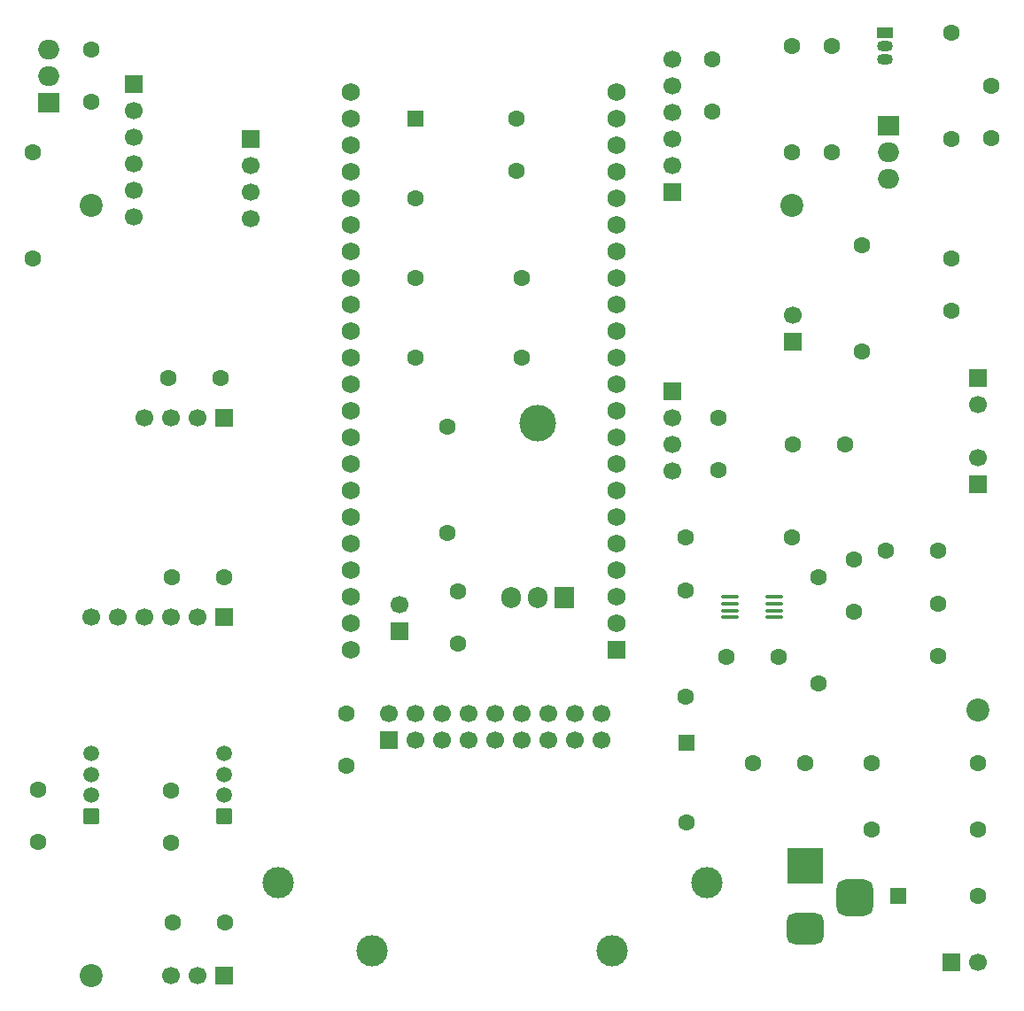
<source format=gbr>
%TF.GenerationSoftware,KiCad,Pcbnew,9.0.7-9.0.7~ubuntu24.04.1*%
%TF.CreationDate,2026-02-02T16:30:08+01:00*%
%TF.ProjectId,Main,4d61696e-2e6b-4696-9361-645f70636258,rev?*%
%TF.SameCoordinates,Original*%
%TF.FileFunction,Soldermask,Top*%
%TF.FilePolarity,Negative*%
%FSLAX46Y46*%
G04 Gerber Fmt 4.6, Leading zero omitted, Abs format (unit mm)*
G04 Created by KiCad (PCBNEW 9.0.7-9.0.7~ubuntu24.04.1) date 2026-02-02 16:30:08*
%MOMM*%
%LPD*%
G01*
G04 APERTURE LIST*
G04 Aperture macros list*
%AMRoundRect*
0 Rectangle with rounded corners*
0 $1 Rounding radius*
0 $2 $3 $4 $5 $6 $7 $8 $9 X,Y pos of 4 corners*
0 Add a 4 corners polygon primitive as box body*
4,1,4,$2,$3,$4,$5,$6,$7,$8,$9,$2,$3,0*
0 Add four circle primitives for the rounded corners*
1,1,$1+$1,$2,$3*
1,1,$1+$1,$4,$5*
1,1,$1+$1,$6,$7*
1,1,$1+$1,$8,$9*
0 Add four rect primitives between the rounded corners*
20,1,$1+$1,$2,$3,$4,$5,0*
20,1,$1+$1,$4,$5,$6,$7,0*
20,1,$1+$1,$6,$7,$8,$9,0*
20,1,$1+$1,$8,$9,$2,$3,0*%
G04 Aperture macros list end*
%ADD10C,1.600000*%
%ADD11R,2.000000X1.905000*%
%ADD12O,2.000000X1.905000*%
%ADD13R,1.700000X1.700000*%
%ADD14C,1.700000*%
%ADD15R,1.500000X1.050000*%
%ADD16O,1.500000X1.050000*%
%ADD17RoundRect,0.102000X0.765000X0.765000X-0.765000X0.765000X-0.765000X-0.765000X0.765000X-0.765000X0*%
%ADD18C,1.734000*%
%ADD19C,2.200000*%
%ADD20R,3.500000X3.500000*%
%ADD21RoundRect,0.750000X1.000000X-0.750000X1.000000X0.750000X-1.000000X0.750000X-1.000000X-0.750000X0*%
%ADD22RoundRect,0.875000X0.875000X-0.875000X0.875000X0.875000X-0.875000X0.875000X-0.875000X-0.875000X0*%
%ADD23RoundRect,0.250000X-0.550000X0.550000X-0.550000X-0.550000X0.550000X-0.550000X0.550000X0.550000X0*%
%ADD24RoundRect,0.250000X-0.550000X-0.550000X0.550000X-0.550000X0.550000X0.550000X-0.550000X0.550000X0*%
%ADD25RoundRect,0.100000X-0.712500X-0.100000X0.712500X-0.100000X0.712500X0.100000X-0.712500X0.100000X0*%
%ADD26RoundRect,0.102000X0.654000X-0.654000X0.654000X0.654000X-0.654000X0.654000X-0.654000X-0.654000X0*%
%ADD27C,1.512000*%
%ADD28C,3.000000*%
%ADD29C,3.500000*%
%ADD30R,1.905000X2.000000*%
%ADD31O,1.905000X2.000000*%
G04 APERTURE END LIST*
D10*
%TO.C,C3*%
X121550000Y-87300000D03*
X116550000Y-87300000D03*
%TD*%
D11*
%TO.C,Q1*%
X105156000Y-60960000D03*
D12*
X105156000Y-58420000D03*
X105156000Y-55880000D03*
%TD*%
D10*
%TO.C,C15*%
X195250000Y-64360000D03*
X195250000Y-59360000D03*
%TD*%
%TO.C,C12*%
X176240000Y-93650000D03*
X181240000Y-93650000D03*
%TD*%
D13*
%TO.C,J5*%
X164770000Y-69520000D03*
D14*
X164770000Y-66980000D03*
X164770000Y-64440000D03*
X164770000Y-61900000D03*
X164770000Y-59360000D03*
X164770000Y-56820000D03*
%TD*%
D10*
%TO.C,C19*%
X121920000Y-106350000D03*
X116920000Y-106350000D03*
%TD*%
%TO.C,C5*%
X169207500Y-91150000D03*
X169207500Y-96150000D03*
%TD*%
D13*
%TO.C,J1*%
X164770000Y-88570000D03*
D14*
X164770000Y-91110000D03*
X164770000Y-93650000D03*
X164770000Y-96190000D03*
%TD*%
D13*
%TO.C,J6*%
X124460000Y-64440000D03*
D14*
X124460000Y-66980000D03*
X124460000Y-69520000D03*
X124460000Y-72060000D03*
%TD*%
D15*
%TO.C,Q2*%
X185090000Y-54280000D03*
D16*
X185090000Y-55550000D03*
X185090000Y-56820000D03*
%TD*%
D10*
%TO.C,C9*%
X169930000Y-113970000D03*
X174930000Y-113970000D03*
%TD*%
%TO.C,C17*%
X104140000Y-126710000D03*
X104140000Y-131710000D03*
%TD*%
D17*
%TO.C,U4*%
X159430000Y-113310000D03*
D18*
X159430000Y-110770000D03*
X159430000Y-108230000D03*
X159430000Y-105690000D03*
X159430000Y-103150000D03*
X159430000Y-100610000D03*
X159430000Y-98070000D03*
X159430000Y-95530000D03*
X159430000Y-92990000D03*
X159430000Y-90450000D03*
X159430000Y-87910000D03*
X159430000Y-85370000D03*
X159430000Y-82830000D03*
X159430000Y-80290000D03*
X159430000Y-77750000D03*
X159430000Y-75210000D03*
X159430000Y-72670000D03*
X159430000Y-70130000D03*
X159430000Y-67590000D03*
X159430000Y-65050000D03*
X159430000Y-62510000D03*
X159430000Y-59970000D03*
X134000000Y-113340000D03*
X134000000Y-110800000D03*
X134000000Y-108260000D03*
X134000000Y-105720000D03*
X134000000Y-103180000D03*
X134000000Y-100640000D03*
X134000000Y-98100000D03*
X134000000Y-95560000D03*
X134000000Y-93020000D03*
X134000000Y-90480000D03*
X134000000Y-87940000D03*
X134000000Y-85400000D03*
X134000000Y-82860000D03*
X134000000Y-80320000D03*
X134000000Y-77780000D03*
X134000000Y-75240000D03*
X134000000Y-72700000D03*
X134000000Y-70160000D03*
X134000000Y-67620000D03*
X134000000Y-65080000D03*
X134000000Y-62540000D03*
X134000000Y-60000000D03*
%TD*%
D13*
%TO.C,J4*%
X121920000Y-91110000D03*
D14*
X119380000Y-91110000D03*
X116840000Y-91110000D03*
X114300000Y-91110000D03*
%TD*%
D10*
%TO.C,R7*%
X166040000Y-107620000D03*
X166040000Y-117780000D03*
%TD*%
D13*
%TO.C,J8*%
X121920000Y-110160000D03*
D14*
X119380000Y-110160000D03*
X116840000Y-110160000D03*
X114300000Y-110160000D03*
X111760000Y-110160000D03*
X109220000Y-110160000D03*
%TD*%
D10*
%TO.C,R2*%
X183820000Y-130480000D03*
X193980000Y-130480000D03*
%TD*%
%TO.C,R4*%
X176200000Y-102540000D03*
X166040000Y-102540000D03*
%TD*%
%TO.C,C14*%
X191440000Y-75910000D03*
X191440000Y-80910000D03*
%TD*%
%TO.C,C10*%
X190130000Y-108930000D03*
X190130000Y-113930000D03*
%TD*%
D11*
%TO.C,Q3*%
X185410000Y-63170000D03*
D12*
X185410000Y-65710000D03*
X185410000Y-68250000D03*
%TD*%
D13*
%TO.C,J3*%
X121920000Y-144450000D03*
D14*
X119380000Y-144450000D03*
X116840000Y-144450000D03*
%TD*%
D10*
%TO.C,C8*%
X172470000Y-124130000D03*
X177470000Y-124130000D03*
%TD*%
D19*
%TO.C,H3*%
X176200000Y-70790000D03*
%TD*%
D10*
%TO.C,R9*%
X182880000Y-84760000D03*
X182880000Y-74600000D03*
%TD*%
%TO.C,R3*%
X103632000Y-75870000D03*
X103632000Y-65710000D03*
%TD*%
%TO.C,C16*%
X116840000Y-126750000D03*
X116840000Y-131750000D03*
%TD*%
%TO.C,C6*%
X122034000Y-139370000D03*
X117034000Y-139370000D03*
%TD*%
D19*
%TO.C,H1*%
X109220000Y-144450000D03*
%TD*%
%TO.C,H2*%
X109220000Y-70790000D03*
%TD*%
D20*
%TO.C,J17*%
X177470000Y-134005000D03*
D21*
X177470000Y-140005000D03*
D22*
X182170000Y-137005000D03*
%TD*%
D10*
%TO.C,R8*%
X176200000Y-65710000D03*
X176200000Y-55550000D03*
%TD*%
D13*
%TO.C,J7*%
X113284000Y-59182000D03*
D14*
X113284000Y-61722000D03*
X113284000Y-64262000D03*
X113284000Y-66802000D03*
X113284000Y-69342000D03*
X113284000Y-71882000D03*
%TD*%
D19*
%TO.C,H4*%
X193980000Y-119050000D03*
%TD*%
D13*
%TO.C,J10*%
X191440000Y-143180000D03*
D14*
X193980000Y-143180000D03*
%TD*%
D10*
%TO.C,C4*%
X168580000Y-61860000D03*
X168580000Y-56860000D03*
%TD*%
D23*
%TO.C,D1*%
X166116000Y-122174000D03*
D10*
X166116000Y-129794000D03*
%TD*%
D13*
%TO.C,JP1*%
X176276000Y-83820000D03*
D14*
X176276000Y-81280000D03*
%TD*%
D10*
%TO.C,R1*%
X193980000Y-124130000D03*
X183820000Y-124130000D03*
%TD*%
%TO.C,R10*%
X180010000Y-65710000D03*
X180010000Y-55550000D03*
%TD*%
%TO.C,C11*%
X182118000Y-109688000D03*
X182118000Y-104688000D03*
%TD*%
D13*
%TO.C,J16*%
X193980000Y-87300000D03*
D14*
X193980000Y-89840000D03*
%TD*%
D10*
%TO.C,R11*%
X191440000Y-64440000D03*
X191440000Y-54280000D03*
%TD*%
D13*
%TO.C,J14*%
X193980000Y-97460000D03*
D14*
X193980000Y-94920000D03*
%TD*%
D24*
%TO.C,D2*%
X186360000Y-136830000D03*
D10*
X193980000Y-136830000D03*
%TD*%
%TO.C,C13*%
X185130000Y-103810000D03*
X190130000Y-103810000D03*
%TD*%
D25*
%TO.C,U3*%
X170277500Y-108265000D03*
X170277500Y-108915000D03*
X170277500Y-109565000D03*
X170277500Y-110215000D03*
X174502500Y-110215000D03*
X174502500Y-109565000D03*
X174502500Y-108915000D03*
X174502500Y-108265000D03*
%TD*%
D26*
%TO.C,J12*%
X109220000Y-129210000D03*
D27*
X109220000Y-127210000D03*
X109220000Y-125210000D03*
X109220000Y-123210000D03*
%TD*%
D10*
%TO.C,C2*%
X109220000Y-60920000D03*
X109220000Y-55920000D03*
%TD*%
%TO.C,L1*%
X178740000Y-116510000D03*
X178740000Y-106350000D03*
%TD*%
D26*
%TO.C,J11*%
X121920000Y-129210000D03*
D27*
X121920000Y-127210000D03*
X121920000Y-125210000D03*
X121920000Y-123210000D03*
%TD*%
D10*
%TO.C,C7*%
X144272000Y-112736000D03*
X144272000Y-107736000D03*
%TD*%
D13*
%TO.C,J2*%
X138684000Y-111511000D03*
D14*
X138684000Y-108971000D03*
%TD*%
D28*
%TO.C,J9*%
X168068000Y-135580000D03*
X127068000Y-135580000D03*
X159018000Y-142070000D03*
X136068000Y-142080000D03*
D13*
X137668000Y-121920000D03*
D14*
X137668000Y-119380000D03*
X140208000Y-121920000D03*
X140208000Y-119380000D03*
X142748000Y-121920000D03*
X142748000Y-119380000D03*
X145288000Y-121920000D03*
X145288000Y-119380000D03*
X147828000Y-121920000D03*
X147828000Y-119380000D03*
X150368000Y-121920000D03*
X150368000Y-119380000D03*
X152908000Y-121920000D03*
X152908000Y-119380000D03*
X155448000Y-121920000D03*
X155448000Y-119380000D03*
X157988000Y-121920000D03*
X157988000Y-119380000D03*
%TD*%
D10*
%TO.C,R19*%
X150368000Y-85344000D03*
X140208000Y-85344000D03*
%TD*%
%TO.C,C1*%
X133604000Y-124420000D03*
X133604000Y-119420000D03*
%TD*%
D23*
%TO.C,D3*%
X140208000Y-62484000D03*
D10*
X140208000Y-70104000D03*
%TD*%
%TO.C,R5*%
X143256000Y-91948000D03*
X143256000Y-102108000D03*
%TD*%
%TO.C,C20*%
X149860000Y-62484000D03*
X149860000Y-67484000D03*
%TD*%
D29*
%TO.C,Q4*%
X151892000Y-91630000D03*
D30*
X154432000Y-108290000D03*
D31*
X151892000Y-108290000D03*
X149352000Y-108290000D03*
%TD*%
D10*
%TO.C,R18*%
X150368000Y-77724000D03*
X140208000Y-77724000D03*
%TD*%
M02*

</source>
